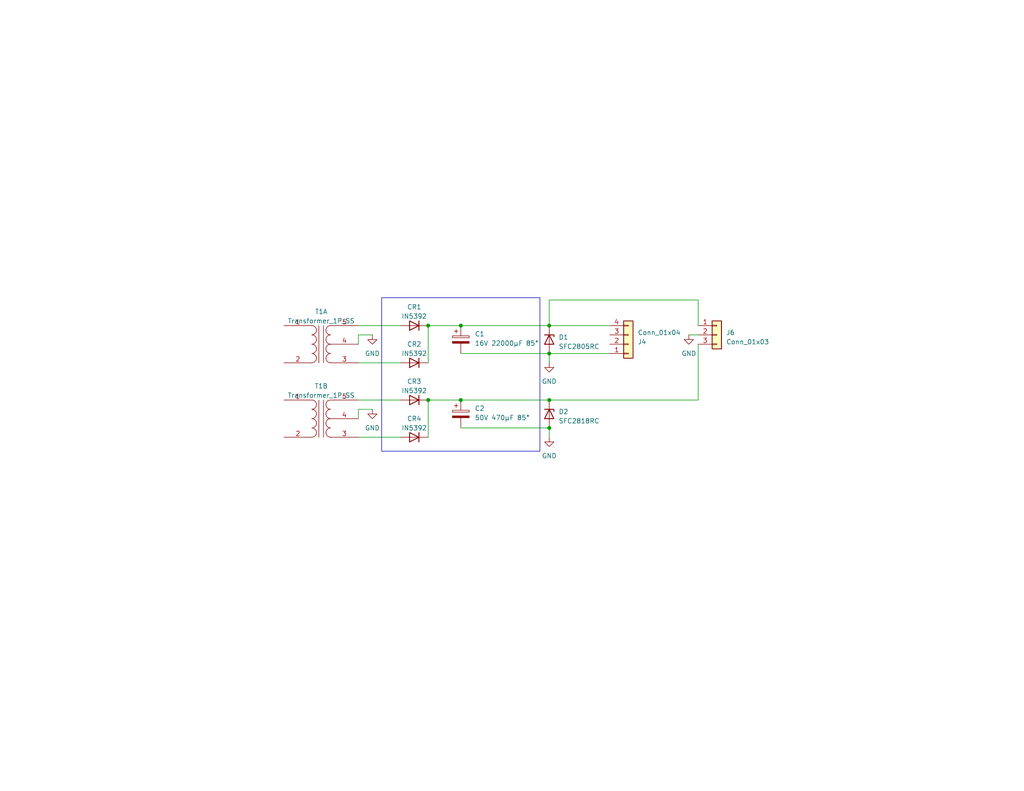
<source format=kicad_sch>
(kicad_sch (version 20230121) (generator eeschema)
  (paper "USLetter")
  (lib_symbols
    (symbol "Connector_Generic:Conn_01x03" (pin_names (offset 1.016) hide)
      (property "Reference" "J" (at 0 5.08 0))
      (property "Value" "Conn_01x03" (at 0 -5.08 0))
      (symbol "Conn_01x03_1_1"
        (rectangle (start -1.27 -2.413) (end 0 -2.667) (stroke (width 0.1524)))
        (rectangle (start -1.27 0.127) (end 0 -0.127) (stroke (width 0.1524)))
        (rectangle (start -1.27 2.667) (end 0 2.413) (stroke (width 0.1524)))
        (rectangle (start -1.27 3.81) (end 1.27 -3.81) (stroke (width 0.254)) (fill (type background)))
        (pin passive line (at -5.08 2.54 0) (length 3.81) (name "Pin_1") (number "1"))
        (pin passive line (at -5.08 0 0) (length 3.81) (name "Pin_2") (number "2"))
        (pin passive line (at -5.08 -2.54 0) (length 3.81) (name "Pin_3") (number "3"))
      )
    )
    (symbol "Connector_Generic:Conn_01x04" (pin_names (offset 1.016) hide)
      (property "Reference" "J" (at 0 5.08 0))
      (property "Value" "Conn_01x04" (at 0 -7.62 0))
      (symbol "Conn_01x04_1_1"
        (rectangle (start -1.27 -4.953) (end 0 -5.207) (stroke (width 0.1524)))
        (rectangle (start -1.27 -2.413) (end 0 -2.667) (stroke (width 0.1524)))
        (rectangle (start -1.27 0.127) (end 0 -0.127) (stroke (width 0.1524)))
        (rectangle (start -1.27 2.667) (end 0 2.413) (stroke (width 0.1524)))
        (rectangle (start -1.27 3.81) (end 1.27 -6.35) (stroke (width 0.254)) (fill (type background)))
        (pin passive line (at -5.08 2.54 0) (length 3.81) (name "Pin_1") (number "1"))
        (pin passive line (at -5.08 0 0) (length 3.81) (name "Pin_2") (number "2"))
        (pin passive line (at -5.08 -2.54 0) (length 3.81) (name "Pin_3") (number "3"))
        (pin passive line (at -5.08 -5.08 0) (length 3.81) (name "Pin_4") (number "4"))
      )
    )
    (symbol "Device:C_Polarized" (pin_numbers hide) (pin_names (offset 0.254))
      (property "Reference" "C" (at 0.635 2.54 0))
      (property "Value" "C_Polarized" (at 0.635 -2.54 0))
      (symbol "C_Polarized_0_1"
        (rectangle (start -2.286 0.508) (end 2.286 1.016))
        (polyline (pts (xy -1.778 2.286) (xy -0.762 2.286)))
        (polyline (pts (xy -1.27 2.794) (xy -1.27 1.778)))
        (rectangle (start 2.286 -0.508) (end -2.286 -1.016) (fill (type outline)))
      )
      (symbol "C_Polarized_1_1"
        (pin passive line (at 0 3.81 270) (length 2.794) (name "~") (number "1"))
        (pin passive line (at 0 -3.81 90) (length 2.794) (name "~") (number "2"))
      )
    )
    (symbol "Device:D" (pin_numbers hide) (pin_names (offset 1.016) hide)
      (property "Reference" "D" (at 0 2.54 0))
      (property "Value" "D" (at 0 -2.54 0))
      (symbol "D_0_1"
        (polyline (pts (xy -1.27 1.27) (xy -1.27 -1.27)) (stroke (width 0.254)))
        (polyline (pts (xy 1.27 0) (xy -1.27 0)))
        (polyline (pts (xy 1.27 1.27) (xy 1.27 -1.27) (xy -1.27 0) (xy 1.27 1.27)) (stroke (width 0.254)))
      )
      (symbol "D_1_1"
        (pin passive line (at -3.81 0 0) (length 2.54) (name "K") (number "1"))
        (pin passive line (at 3.81 0 180) (length 2.54) (name "A") (number "2"))
      )
    )
    (symbol "Device:D_Zener" (pin_numbers hide) (pin_names (offset 1.016) hide)
      (property "Reference" "D" (at 0 2.54 0))
      (property "Value" "D_Zener" (at 0 -2.54 0))
      (symbol "D_Zener_0_1"
        (polyline (pts (xy 1.27 0) (xy -1.27 0)))
        (polyline (pts (xy -1.27 -1.27) (xy -1.27 1.27) (xy -0.762 1.27)) (stroke (width 0.254)))
        (polyline (pts (xy 1.27 -1.27) (xy 1.27 1.27) (xy -1.27 0) (xy 1.27 -1.27)) (stroke (width 0.254)))
      )
      (symbol "D_Zener_1_1"
        (pin passive line (at -3.81 0 0) (length 2.54) (name "K") (number "1"))
        (pin passive line (at 3.81 0 180) (length 2.54) (name "A") (number "2"))
      )
    )
    (symbol "Device:Transformer_1P_SS" (pin_names (offset 1.016) hide)
      (property "Reference" "T" (at 0 6.35 0))
      (property "Value" "Transformer_1P_SS" (at 0 -7.62 0))
      (symbol "Transformer_1P_SS_0_1"
        (arc (start -2.54 -5.0546) (mid -1.6599 -4.6901) (end -1.27 -3.81))
        (arc (start -2.54 -2.5146) (mid -1.6599 -2.1501) (end -1.27 -1.27))
        (arc (start -2.54 0.0254) (mid -1.6599 0.3899) (end -1.27 1.27))
        (arc (start -2.54 2.5654) (mid -1.6599 2.9299) (end -1.27 3.81))
        (arc (start -1.27 -3.81) (mid -1.642 -2.912) (end -2.54 -2.54))
        (arc (start -1.27 -1.27) (mid -1.642 -0.372) (end -2.54 0))
        (arc (start -1.27 1.27) (mid -1.642 2.168) (end -2.54 2.54))
        (arc (start -1.27 3.81) (mid -1.642 4.708) (end -2.54 5.08))
        (polyline (pts (xy -0.635 5.08) (xy -0.635 -5.08)))
        (polyline (pts (xy 0.635 -5.08) (xy 0.635 5.08)))
        (arc (start 1.2954 -1.27) (mid 1.6599 -2.1501) (end 2.54 -2.5146))
        (arc (start 1.2954 1.27) (mid 1.6599 0.3899) (end 2.54 0.0254))
        (arc (start 1.2954 3.81) (mid 1.6599 2.9299) (end 2.54 2.5654))
        (arc (start 1.3208 -3.81) (mid 1.6853 -4.6901) (end 2.5654 -5.0546))
        (arc (start 2.54 0) (mid 1.642 -0.372) (end 1.2954 -1.27))
        (arc (start 2.54 2.54) (mid 1.642 2.168) (end 1.2954 1.27))
        (arc (start 2.54 5.08) (mid 1.642 4.708) (end 1.2954 3.81))
        (arc (start 2.5654 -2.54) (mid 1.6674 -2.912) (end 1.3208 -3.81))
      )
      (symbol "Transformer_1P_SS_1_1"
        (pin passive line (at -10.16 5.08 0) (length 7.62) (name "AA") (number "1"))
        (pin passive line (at -10.16 -5.08 0) (length 7.62) (name "AB") (number "2"))
        (pin passive line (at 10.16 -5.08 180) (length 7.62) (name "SA") (number "3"))
        (pin passive line (at 10.16 0 180) (length 7.62) (name "SC") (number "4"))
        (pin passive line (at 10.16 5.08 180) (length 7.62) (name "SB") (number "5"))
      )
    )
    (symbol "power:GND" (power) (pin_names (offset 0))
      (property "Value" "GND" (at 0 -3.81 0))
      (symbol "GND_0_1"
        (polyline (pts (xy 0 0) (xy 0 -1.27) (xy 1.27 -1.27) (xy 0 -2.54) (xy -1.27 -1.27) (xy 0 -1.27)))
      )
      (symbol "GND_1_1"
        (pin power_in line (at 0 0 270) (length 0) hide (name "GND") (number "1"))
      )
    )
  )
  (junction (at 149.86 116.84))
  (junction (at 116.84 88.9))
  (junction (at 116.84 109.22))
  (junction (at 125.73 109.22))
  (junction (at 149.86 88.9))
  (junction (at 149.86 109.22))
  (junction (at 149.86 96.52))
  (junction (at 125.73 88.9))
  (wire (pts (xy 149.86 81.9172) (xy 149.86 88.9)))
  (wire (pts (xy 97.79 119.38) (xy 109.22 119.38)))
  (wire (pts (xy 125.73 88.9) (xy 149.86 88.9)))
  (wire (pts (xy 97.79 88.9) (xy 109.22 88.9)))
  (wire (pts (xy 97.79 114.3) (xy 97.79 111.76)))
  (wire (pts (xy 116.84 109.22) (xy 125.73 109.22)))
  (wire (pts (xy 149.86 96.52) (xy 166.37 96.52)))
  (wire (pts (xy 190.5 93.98) (xy 190.5 109.22)))
  (wire (pts (xy 97.79 91.44) (xy 101.6 91.44)))
  (wire (pts (xy 116.84 109.22) (xy 116.84 119.38)))
  (wire (pts (xy 97.79 93.98) (xy 97.79 91.44)))
  (wire (pts (xy 190.5 88.9) (xy 190.5 81.9172)))
  (wire (pts (xy 116.84 88.9) (xy 116.84 99.06)))
  (wire (pts (xy 187.96 91.44) (xy 190.5 91.44)))
  (wire (pts (xy 190.5 109.22) (xy 149.86 109.22)))
  (wire (pts (xy 97.79 111.76) (xy 101.6 111.76)))
  (wire (pts (xy 149.86 96.52) (xy 149.86 99.06)))
  (wire (pts (xy 190.5 81.9172) (xy 149.86 81.9172)))
  (wire (pts (xy 125.73 116.84) (xy 149.86 116.84)))
  (wire (pts (xy 149.86 116.84) (xy 149.86 119.38)))
  (wire (pts (xy 149.86 88.9) (xy 166.37 88.9)))
  (wire (pts (xy 97.79 99.06) (xy 109.22 99.06)))
  (wire (pts (xy 125.73 109.22) (xy 149.86 109.22)))
  (wire (pts (xy 116.84 88.9) (xy 125.73 88.9)))
  (wire (pts (xy 97.79 109.22) (xy 109.22 109.22)))
  (wire (pts (xy 125.73 96.52) (xy 149.86 96.52)))
  (rectangle (start 104.14 81.28) (end 147.32 123.19))
  (symbol (lib_id "power:GND") (at 101.6 91.44 0) (unit 1)
    (property "Reference" "#PWR032" (effects hide))
    (property "Value" "GND" (at 101.6 96.52 0))
  )
  (symbol (lib_id "power:GND") (at 149.86 119.38 0) (unit 1)
    (property "Reference" "#PWR030" (effects hide))
    (property "Value" "GND" (at 149.86 124.46 0))
  )
  (symbol (lib_id "Device:D_Zener") (at 149.86 92.71 270) (unit 1)
    (property "Reference" "D1" (at 152.4 92.075 90) (effects (justify left)))
    (property "Value" "SFC2805RC" (at 152.4 94.615 90) (effects (justify left)))
    (property "Datasheet" "Datasheets/LDS-0076.pdf" (effects hide))
  )
  (symbol (lib_id "Connector_Generic:Conn_01x03") (at 195.58 91.44 0) (unit 1)
    (property "Reference" "J6" (at 198.12 90.805 0) (effects (justify left)))
    (property "Value" "Conn_01x03" (at 198.12 93.345 0) (effects (justify left)))
  )
  (symbol (lib_id "Device:Transformer_1P_SS") (at 87.63 114.3 0) (unit 1)
    (property "Reference" "T1B" (at 87.6427 105.41 0))
    (property "Value" "Transformer_1P_SS" (at 87.6427 107.95 0))
  )
  (symbol (lib_id "Device:D_Zener") (at 149.86 113.03 270) (unit 1)
    (property "Reference" "D2" (at 152.4 112.395 90) (effects (justify left)))
    (property "Value" "SFC2818RC" (at 152.4 114.935 90) (effects (justify left)))
    (property "Datasheet" "Datasheets/LDS-0076.pdf" (effects hide))
  )
  (symbol (lib_id "Connector_Generic:Conn_01x04") (at 171.45 93.98 0) (mirror x) (unit 1)
    (property "Reference" "J4" (at 173.99 93.345 0) (effects (justify left)))
    (property "Value" "Conn_01x04" (at 173.99 90.805 0) (effects (justify left)))
  )
  (symbol (lib_id "power:GND") (at 101.6 111.76 0) (unit 1)
    (property "Reference" "#PWR033" (effects hide))
    (property "Value" "GND" (at 101.6 116.84 0))
  )
  (symbol (lib_id "power:GND") (at 187.96 91.44 0) (unit 1)
    (property "Reference" "#PWR031" (effects hide))
    (property "Value" "GND" (at 187.96 96.52 0))
  )
  (symbol (lib_id "power:GND") (at 149.86 99.06 0) (unit 1)
    (property "Reference" "#PWR029" (effects hide))
    (property "Value" "GND" (at 149.86 104.14 0))
  )
  (symbol (lib_id "Device:C_Polarized") (at 125.73 113.03 0) (unit 1)
    (property "Reference" "C2" (at 129.54 111.506 0) (effects (justify left)))
    (property "Value" "50V 470µF 85°" (at 129.54 114.046 0) (effects (justify left)))
  )
  (symbol (lib_id "Device:C_Polarized") (at 125.73 92.71 0) (unit 1)
    (property "Reference" "C1" (at 129.54 91.186 0) (effects (justify left)))
    (property "Value" "16V 22000µF 85°" (at 129.54 93.726 0) (effects (justify left)))
  )
  (symbol (lib_id "Device:D") (at 113.03 109.22 180) (unit 1)
    (property "Reference" "CR3" (at 113.03 104.14 0))
    (property "Value" "IN5392" (at 113.03 106.68 0))
    (property "Datasheet" "Datasheets/062(1n5391-1n5399-2).pdf" (effects hide))
    (property "Sim.Device" "D" (effects hide))
    (property "Sim.Pins" "1=K 2=A" (effects hide))
  )
  (symbol (lib_id "Device:D") (at 113.03 99.06 180) (unit 1)
    (property "Reference" "CR2" (at 113.03 93.98 0))
    (property "Value" "IN5392" (at 113.03 96.52 0))
    (property "Datasheet" "Datasheets/062(1n5391-1n5399-2).pdf" (effects hide))
    (property "Sim.Device" "D" (effects hide))
    (property "Sim.Pins" "1=K 2=A" (effects hide))
  )
  (symbol (lib_id "Device:Transformer_1P_SS") (at 87.63 93.98 0) (unit 1)
    (property "Reference" "T1A" (at 87.6427 85.09 0))
    (property "Value" "Transformer_1P_SS" (at 87.6427 87.63 0))
  )
  (symbol (lib_id "Device:D") (at 113.03 88.9 180) (unit 1)
    (property "Reference" "CR1" (at 113.03 83.82 0))
    (property "Value" "IN5392" (at 113.03 86.36 0))
    (property "Datasheet" "Datasheets/062(1n5391-1n5399-2).pdf" (effects hide))
    (property "Sim.Device" "D" (effects hide))
    (property "Sim.Pins" "1=K 2=A" (effects hide))
  )
  (symbol (lib_id "Device:D") (at 113.03 119.38 180) (unit 1)
    (property "Reference" "CR4" (at 113.03 114.3 0))
    (property "Value" "IN5392" (at 113.03 116.84 0))
    (property "Datasheet" "Datasheets/062(1n5391-1n5399-2).pdf" (effects hide))
    (property "Sim.Device" "D" (effects hide))
    (property "Sim.Pins" "1=K 2=A" (effects hide))
  )
)
</source>
